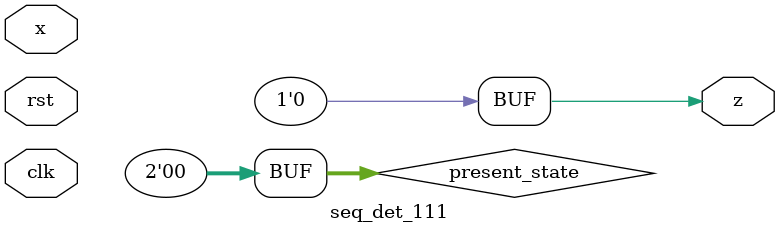
<source format=v>
module seq_det_111(x,clk,rst,z);
input clk,rst,x;
output z;
parameter case1 = 2'b00;
parameter case2 = 2'b01;
parameter case3 = 2'b10;
reg[1:0] present_state,next_state;

always@(posedge clk)
begin
    if(rst)
        present_state<=case1;
    else
        present_state<=next_state;
end

always@(*)
begin
    present_state = case1;
    case(present_state)
        case1 : begin
            if(x==1)
                next_state = case2;
            else
                next_state = case1;
        end
        case2 : begin
            if(x==1)
                next_state = case3;
            else
                next_state = case1;
        end
        case3 : begin
            if(x==1)
                next_state = case3;
            else
                next_state = case1;
        end
        default:next_state = case1;
    endcase
end

assign z = (present_state==case3)&&(x==1) ? 1:0;
endmodule



</source>
